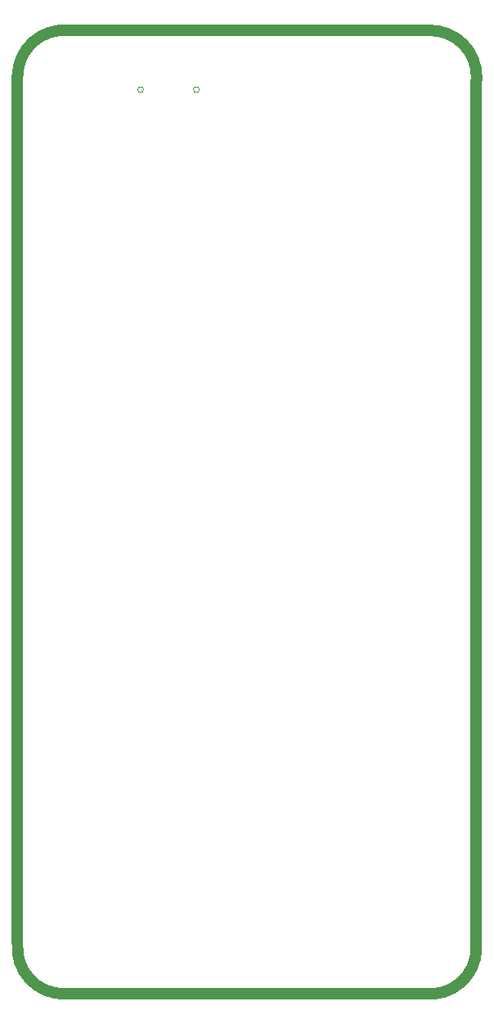
<source format=gm1>
G04*
G04 #@! TF.GenerationSoftware,Altium Limited,Altium Designer,20.0.13 (296)*
G04*
G04 Layer_Color=16711935*
%FSLAX25Y25*%
%MOIN*%
G70*
G01*
G75*
%ADD14C,0.01000*%
%ADD62C,0.00020*%
%ADD63C,0.04724*%
D14*
X305670Y453989D02*
G03*
X285503Y435503I-1859J-18216D01*
G01*
X471488Y433830D02*
G03*
X453000Y454000I-18219J1859D01*
G01*
X451330Y63012D02*
G03*
X471500Y81500I1859J18219D01*
G01*
X285512Y83170D02*
G03*
X304000Y63000I18219J-1859D01*
G01*
X471500Y401500D02*
Y435500D01*
X304000Y454000D02*
X453269Y454000D01*
X471500Y80500D02*
Y92500D01*
X436625Y63000D02*
X454000D01*
X285500Y81000D02*
Y104000D01*
X303500Y63000D02*
X366875D01*
X436625D01*
X471500Y92500D02*
Y94000D01*
X285500Y104000D02*
Y431500D01*
X471500Y401500D02*
X471500Y94000D01*
X285500Y431500D02*
Y432000D01*
Y435772D01*
D62*
X359059Y430405D02*
G03*
X359059Y430405I-1181J0D01*
G01*
X336303D02*
G03*
X336303Y430405I-1181J0D01*
G01*
D63*
X284998Y83070D02*
G03*
X304004Y62498I18733J-1759D01*
G01*
X284999Y435801D02*
G03*
X284998Y435772I501J-28D01*
G01*
X305579Y454501D02*
G03*
X284999Y435801I-1767J-18729D01*
G01*
X472084Y435688D02*
G03*
X452998Y454501I-18815J0D01*
G01*
X472002Y433930D02*
G03*
X472084Y435688I-18733J1759D01*
G01*
X472004Y81231D02*
G03*
X472002Y81504I-18815J0D01*
G01*
Y80958D02*
G03*
X472004Y81231I-18813J273D01*
G01*
X471984Y80367D02*
G03*
X472002Y80500I-484J133D01*
G01*
X451430Y62498D02*
G03*
X471984Y80367I1759J18733D01*
G01*
X304004Y62498D02*
G03*
X304007Y62499I-273J18813D01*
G01*
X284998Y83070D02*
Y435772D01*
X305579Y454501D02*
X452998Y454501D01*
X472002Y401500D02*
Y433930D01*
Y401500D02*
X472002Y94000D01*
Y81504D02*
Y94000D01*
Y80500D02*
Y80958D01*
X471984Y80367D02*
X471984D01*
X304004Y62498D02*
X451430D01*
X304004D02*
X304007Y62499D01*
M02*

</source>
